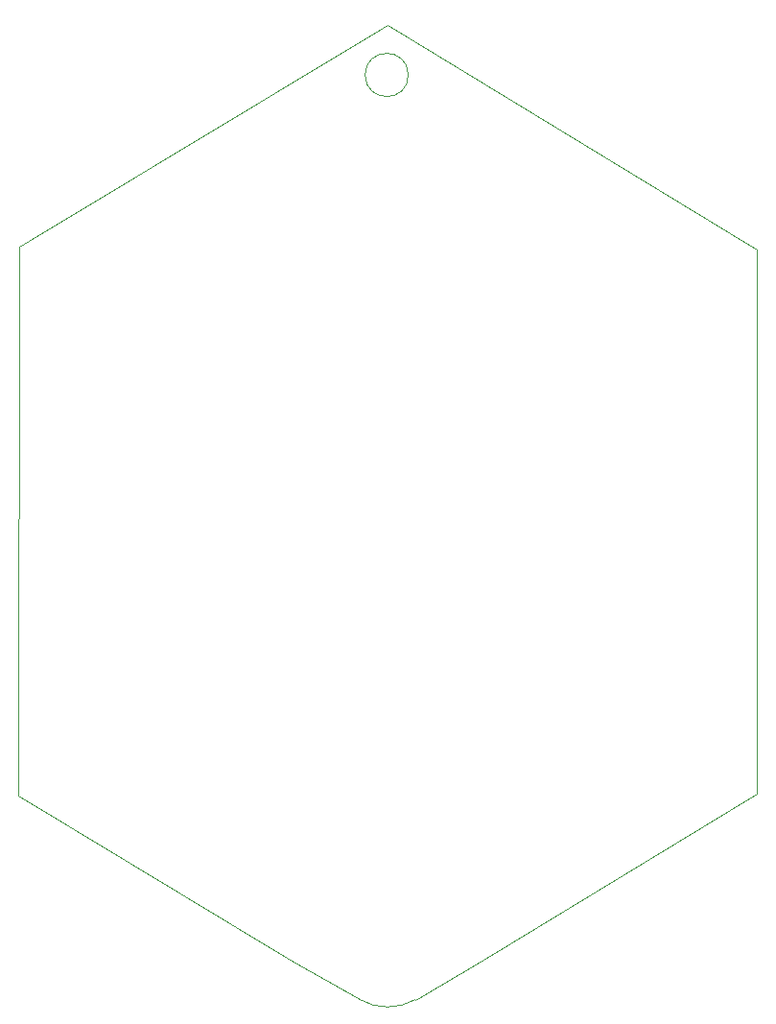
<source format=gbr>
%TF.GenerationSoftware,KiCad,Pcbnew,8.0.4*%
%TF.CreationDate,2024-09-12T22:18:10-07:00*%
%TF.ProjectId,SMDEMFbadgeforMAKE-sizedfor3inchbagLCSCassembly,534d4445-4d46-4626-9164-6765666f724d,rev?*%
%TF.SameCoordinates,Original*%
%TF.FileFunction,Profile,NP*%
%FSLAX46Y46*%
G04 Gerber Fmt 4.6, Leading zero omitted, Abs format (unit mm)*
G04 Created by KiCad (PCBNEW 8.0.4) date 2024-09-12 22:18:10*
%MOMM*%
%LPD*%
G01*
G04 APERTURE LIST*
%TA.AperFunction,Profile*%
%ADD10C,0.004398*%
%TD*%
G04 APERTURE END LIST*
D10*
X171735000Y-139588669D02*
X171760000Y-91173170D01*
X204279786Y-71558653D02*
X236934492Y-91351670D01*
X171760000Y-91173170D02*
X204279673Y-71558657D01*
X195827849Y-154092493D02*
X171735000Y-139588669D01*
X206763307Y-157566477D02*
X212754178Y-154030114D01*
X206763278Y-157566628D02*
G75*
G02*
X201846758Y-157558336I-2451078J4262228D01*
G01*
X236934507Y-91351670D02*
X236943684Y-139357669D01*
X195827955Y-154092669D02*
X201846414Y-157558214D01*
X236943684Y-139357669D02*
X212754231Y-154030100D01*
X206142057Y-75990000D02*
G75*
G02*
X202332057Y-75990000I-1905000J0D01*
G01*
X202332057Y-75990000D02*
G75*
G02*
X206142057Y-75990000I1905000J0D01*
G01*
M02*

</source>
